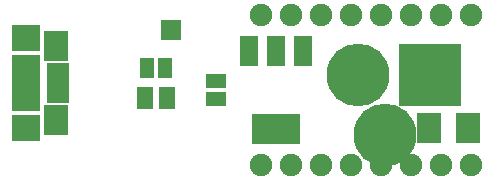
<source format=gbs>
G04 (created by PCBNEW-RS274X (2012-apr-16-27)-stable) date Sun 05 Jan 2014 06:44:37 PM EST*
G01*
G70*
G90*
%MOIN*%
G04 Gerber Fmt 3.4, Leading zero omitted, Abs format*
%FSLAX34Y34*%
G04 APERTURE LIST*
%ADD10C,0.006000*%
%ADD11R,0.094700X0.094700*%
%ADD12R,0.094700X0.094800*%
%ADD13R,0.094700X0.090700*%
%ADD14R,0.082900X0.102500*%
%ADD15R,0.073000X0.035700*%
%ADD16C,0.209000*%
%ADD17R,0.209000X0.209000*%
%ADD18R,0.164000X0.100000*%
%ADD19R,0.060000X0.100000*%
%ADD20R,0.080000X0.100000*%
%ADD21R,0.055000X0.075000*%
%ADD22R,0.045000X0.065000*%
%ADD23R,0.065000X0.045000*%
%ADD24R,0.070000X0.070000*%
%ADD25C,0.075000*%
G04 APERTURE END LIST*
G54D10*
G54D11*
X60670Y-27222D03*
G54D12*
X60670Y-26278D03*
G54D13*
X60670Y-25254D03*
G54D14*
X61674Y-27970D03*
G54D15*
X61724Y-27261D03*
X61724Y-27005D03*
X61724Y-26750D03*
X61724Y-26495D03*
X61724Y-26239D03*
G54D14*
X61674Y-25530D03*
G54D13*
X60670Y-28246D03*
G54D16*
X71750Y-26500D03*
G54D17*
X74150Y-26500D03*
G54D16*
X72650Y-28500D03*
G54D18*
X69000Y-28300D03*
G54D19*
X69000Y-25700D03*
X69900Y-25700D03*
X68100Y-25700D03*
G54D20*
X75400Y-28250D03*
X74100Y-28250D03*
G54D21*
X64625Y-27250D03*
X65375Y-27250D03*
G54D22*
X64700Y-26250D03*
X65300Y-26250D03*
G54D23*
X67000Y-27300D03*
X67000Y-26700D03*
G54D24*
X65500Y-25000D03*
G54D25*
X68500Y-29500D03*
X69500Y-29500D03*
X70500Y-29500D03*
X71500Y-29500D03*
X72500Y-29500D03*
X73500Y-29500D03*
X74500Y-29500D03*
X75500Y-29500D03*
X75500Y-24500D03*
X74500Y-24500D03*
X73500Y-24500D03*
X72500Y-24500D03*
X71500Y-24500D03*
X70500Y-24500D03*
X69500Y-24500D03*
X68500Y-24500D03*
M02*

</source>
